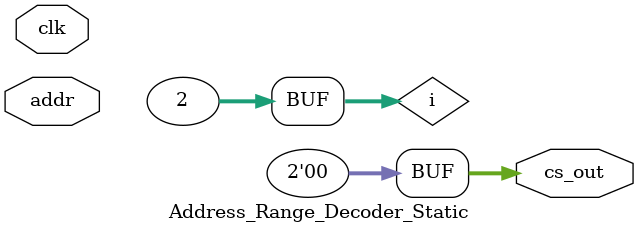
<source format=v>

/*
  Memory Map
=-=-=-=-=-=-=-=-=-=-=-=-=-=-=-=-=-=-=-=-=-
0x00000000 - 0x00000000	|	SRAM
0xFFF00000 - 0xFFF7FFFF	|	ROM
0xC0000000 - 0xC007FFFF	|	DRAM

*/
module Main(

	input	[3:0]	a_bus_in,
	
	input		reset,
	input		clk,
	
	output	CS_rom,
	output	CS_sram,
	output	CS_dram

);

	wire [3:0]	cs_gen_out;
	
assign CS_rom 		= cs_gen_out[0];
assign CS_sram 	= cs_gen_out[1];
assign CS_dram 	= cs_gen_out[2];
	
Address_Range_Decoder_Static #(.width(4)) addr_decode_0 (
	.addr		(a_bus_in[3:0]),
	.cs_out	(cs_gen_out),
	.clk		(clk)
);

endmodule


module Address_Range_Decoder_Static #(parameter	width	= 0) (
	input										clk,
	input		wire	[width-1:0]			addr,
	output	reg	[(2^width)-1:0]	cs_out				
);
	integer	i;
	initial begin
		for(i = 0; i < (2^width); i = i + 1) begin
			cs_out[i] = 1'b0;
		end
	end
	always@(*) begin
		for(i = 0; i < (2^width); i = i + 1) begin
			cs_out[i] = 1'b0;
		end
	end

endmodule

</source>
